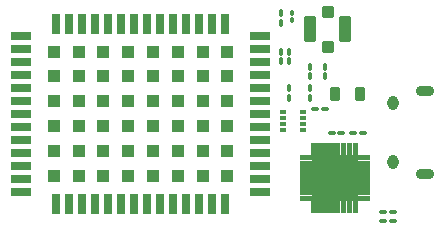
<source format=gbr>
%TF.GenerationSoftware,KiCad,Pcbnew,9.0.1*%
%TF.CreationDate,2025-05-26T16:43:25+02:00*%
%TF.ProjectId,Janus HW,4a616e75-7320-4485-972e-6b696361645f,rev?*%
%TF.SameCoordinates,Original*%
%TF.FileFunction,Soldermask,Top*%
%TF.FilePolarity,Negative*%
%FSLAX46Y46*%
G04 Gerber Fmt 4.6, Leading zero omitted, Abs format (unit mm)*
G04 Created by KiCad (PCBNEW 9.0.1) date 2025-05-26 16:43:25*
%MOMM*%
%LPD*%
G01*
G04 APERTURE LIST*
G04 Aperture macros list*
%AMRoundRect*
0 Rectangle with rounded corners*
0 $1 Rounding radius*
0 $2 $3 $4 $5 $6 $7 $8 $9 X,Y pos of 4 corners*
0 Add a 4 corners polygon primitive as box body*
4,1,4,$2,$3,$4,$5,$6,$7,$8,$9,$2,$3,0*
0 Add four circle primitives for the rounded corners*
1,1,$1+$1,$2,$3*
1,1,$1+$1,$4,$5*
1,1,$1+$1,$6,$7*
1,1,$1+$1,$8,$9*
0 Add four rect primitives between the rounded corners*
20,1,$1+$1,$2,$3,$4,$5,0*
20,1,$1+$1,$4,$5,$6,$7,0*
20,1,$1+$1,$6,$7,$8,$9,0*
20,1,$1+$1,$8,$9,$2,$3,0*%
G04 Aperture macros list end*
%ADD10C,0.010000*%
%ADD11RoundRect,0.100000X0.217500X0.100000X-0.217500X0.100000X-0.217500X-0.100000X0.217500X-0.100000X0*%
%ADD12RoundRect,0.100000X0.100000X-0.217500X0.100000X0.217500X-0.100000X0.217500X-0.100000X-0.217500X0*%
%ADD13RoundRect,0.218750X-0.218750X-0.381250X0.218750X-0.381250X0.218750X0.381250X-0.218750X0.381250X0*%
%ADD14R,0.475000X0.300000*%
%ADD15RoundRect,0.100000X-0.100000X0.217500X-0.100000X-0.217500X0.100000X-0.217500X0.100000X0.217500X0*%
%ADD16R,0.760000X1.790000*%
%ADD17R,0.730000X1.790000*%
%ADD18R,1.790000X0.760000*%
%ADD19R,1.790000X0.780000*%
%ADD20R,1.090000X1.090000*%
%ADD21RoundRect,0.100000X-0.400000X-0.400000X0.400000X-0.400000X0.400000X0.400000X-0.400000X0.400000X0*%
%ADD22RoundRect,0.105000X-0.420000X-0.995000X0.420000X-0.995000X0.420000X0.995000X-0.420000X0.995000X0*%
%ADD23RoundRect,0.100000X0.100000X-0.130000X0.100000X0.130000X-0.100000X0.130000X-0.100000X-0.130000X0*%
%ADD24O,1.550000X0.890000*%
%ADD25O,0.950000X1.250000*%
G04 APERTURE END LIST*
D10*
%TO.C,IC1*%
X192815000Y-69740000D02*
X191905000Y-69740000D01*
X191905000Y-69370000D01*
X192815000Y-69370000D01*
X192815000Y-69740000D01*
G36*
X192815000Y-69740000D02*
G01*
X191905000Y-69740000D01*
X191905000Y-69370000D01*
X192815000Y-69370000D01*
X192815000Y-69740000D01*
G37*
X192815000Y-70240000D02*
X191905000Y-70240000D01*
X191905000Y-69870000D01*
X192815000Y-69870000D01*
X192815000Y-70240000D01*
G36*
X192815000Y-70240000D02*
G01*
X191905000Y-70240000D01*
X191905000Y-69870000D01*
X192815000Y-69870000D01*
X192815000Y-70240000D01*
G37*
X192815000Y-70740000D02*
X191905000Y-70740000D01*
X191905000Y-70370000D01*
X192815000Y-70370000D01*
X192815000Y-70740000D01*
G36*
X192815000Y-70740000D02*
G01*
X191905000Y-70740000D01*
X191905000Y-70370000D01*
X192815000Y-70370000D01*
X192815000Y-70740000D01*
G37*
X192815000Y-71240000D02*
X191905000Y-71240000D01*
X191905000Y-70870000D01*
X192815000Y-70870000D01*
X192815000Y-71240000D01*
G36*
X192815000Y-71240000D02*
G01*
X191905000Y-71240000D01*
X191905000Y-70870000D01*
X192815000Y-70870000D01*
X192815000Y-71240000D01*
G37*
X192815000Y-71740000D02*
X191905000Y-71740000D01*
X191905000Y-71370000D01*
X192815000Y-71370000D01*
X192815000Y-71740000D01*
G36*
X192815000Y-71740000D02*
G01*
X191905000Y-71740000D01*
X191905000Y-71370000D01*
X192815000Y-71370000D01*
X192815000Y-71740000D01*
G37*
X192815000Y-72240000D02*
X191905000Y-72240000D01*
X191905000Y-71870000D01*
X192815000Y-71870000D01*
X192815000Y-72240000D01*
G36*
X192815000Y-72240000D02*
G01*
X191905000Y-72240000D01*
X191905000Y-71870000D01*
X192815000Y-71870000D01*
X192815000Y-72240000D01*
G37*
X192815000Y-72740000D02*
X191905000Y-72740000D01*
X191905000Y-72370000D01*
X192815000Y-72370000D01*
X192815000Y-72740000D01*
G36*
X192815000Y-72740000D02*
G01*
X191905000Y-72740000D01*
X191905000Y-72370000D01*
X192815000Y-72370000D01*
X192815000Y-72740000D01*
G37*
X192815000Y-73240000D02*
X191905000Y-73240000D01*
X191905000Y-72870000D01*
X192815000Y-72870000D01*
X192815000Y-73240000D01*
G36*
X192815000Y-73240000D02*
G01*
X191905000Y-73240000D01*
X191905000Y-72870000D01*
X192815000Y-72870000D01*
X192815000Y-73240000D01*
G37*
X193240000Y-69315000D02*
X192870000Y-69315000D01*
X192870000Y-68405000D01*
X193240000Y-68405000D01*
X193240000Y-69315000D01*
G36*
X193240000Y-69315000D02*
G01*
X192870000Y-69315000D01*
X192870000Y-68405000D01*
X193240000Y-68405000D01*
X193240000Y-69315000D01*
G37*
X193240000Y-74205000D02*
X192870000Y-74205000D01*
X192870000Y-73295000D01*
X193240000Y-73295000D01*
X193240000Y-74205000D01*
G36*
X193240000Y-74205000D02*
G01*
X192870000Y-74205000D01*
X192870000Y-73295000D01*
X193240000Y-73295000D01*
X193240000Y-74205000D01*
G37*
X193740000Y-69315000D02*
X193370000Y-69315000D01*
X193370000Y-68405000D01*
X193740000Y-68405000D01*
X193740000Y-69315000D01*
G36*
X193740000Y-69315000D02*
G01*
X193370000Y-69315000D01*
X193370000Y-68405000D01*
X193740000Y-68405000D01*
X193740000Y-69315000D01*
G37*
X193740000Y-74205000D02*
X193370000Y-74205000D01*
X193370000Y-73295000D01*
X193740000Y-73295000D01*
X193740000Y-74205000D01*
G36*
X193740000Y-74205000D02*
G01*
X193370000Y-74205000D01*
X193370000Y-73295000D01*
X193740000Y-73295000D01*
X193740000Y-74205000D01*
G37*
X194240000Y-69315000D02*
X193870000Y-69315000D01*
X193870000Y-68405000D01*
X194240000Y-68405000D01*
X194240000Y-69315000D01*
G36*
X194240000Y-69315000D02*
G01*
X193870000Y-69315000D01*
X193870000Y-68405000D01*
X194240000Y-68405000D01*
X194240000Y-69315000D01*
G37*
X194240000Y-74205000D02*
X193870000Y-74205000D01*
X193870000Y-73295000D01*
X194240000Y-73295000D01*
X194240000Y-74205000D01*
G36*
X194240000Y-74205000D02*
G01*
X193870000Y-74205000D01*
X193870000Y-73295000D01*
X194240000Y-73295000D01*
X194240000Y-74205000D01*
G37*
X194740000Y-69315000D02*
X194370000Y-69315000D01*
X194370000Y-68405000D01*
X194740000Y-68405000D01*
X194740000Y-69315000D01*
G36*
X194740000Y-69315000D02*
G01*
X194370000Y-69315000D01*
X194370000Y-68405000D01*
X194740000Y-68405000D01*
X194740000Y-69315000D01*
G37*
X194740000Y-74205000D02*
X194370000Y-74205000D01*
X194370000Y-73295000D01*
X194740000Y-73295000D01*
X194740000Y-74205000D01*
G36*
X194740000Y-74205000D02*
G01*
X194370000Y-74205000D01*
X194370000Y-73295000D01*
X194740000Y-73295000D01*
X194740000Y-74205000D01*
G37*
X195240000Y-69315000D02*
X194870000Y-69315000D01*
X194870000Y-68405000D01*
X195240000Y-68405000D01*
X195240000Y-69315000D01*
G36*
X195240000Y-69315000D02*
G01*
X194870000Y-69315000D01*
X194870000Y-68405000D01*
X195240000Y-68405000D01*
X195240000Y-69315000D01*
G37*
X195240000Y-74205000D02*
X194870000Y-74205000D01*
X194870000Y-73295000D01*
X195240000Y-73295000D01*
X195240000Y-74205000D01*
G36*
X195240000Y-74205000D02*
G01*
X194870000Y-74205000D01*
X194870000Y-73295000D01*
X195240000Y-73295000D01*
X195240000Y-74205000D01*
G37*
X195740000Y-69315000D02*
X195370000Y-69315000D01*
X195370000Y-68405000D01*
X195740000Y-68405000D01*
X195740000Y-69315000D01*
G36*
X195740000Y-69315000D02*
G01*
X195370000Y-69315000D01*
X195370000Y-68405000D01*
X195740000Y-68405000D01*
X195740000Y-69315000D01*
G37*
X195740000Y-74205000D02*
X195370000Y-74205000D01*
X195370000Y-73295000D01*
X195740000Y-73295000D01*
X195740000Y-74205000D01*
G36*
X195740000Y-74205000D02*
G01*
X195370000Y-74205000D01*
X195370000Y-73295000D01*
X195740000Y-73295000D01*
X195740000Y-74205000D01*
G37*
X196240000Y-69315000D02*
X195870000Y-69315000D01*
X195870000Y-68405000D01*
X196240000Y-68405000D01*
X196240000Y-69315000D01*
G36*
X196240000Y-69315000D02*
G01*
X195870000Y-69315000D01*
X195870000Y-68405000D01*
X196240000Y-68405000D01*
X196240000Y-69315000D01*
G37*
X196240000Y-74205000D02*
X195870000Y-74205000D01*
X195870000Y-73295000D01*
X196240000Y-73295000D01*
X196240000Y-74205000D01*
G36*
X196240000Y-74205000D02*
G01*
X195870000Y-74205000D01*
X195870000Y-73295000D01*
X196240000Y-73295000D01*
X196240000Y-74205000D01*
G37*
X196705000Y-73205000D02*
X192905000Y-73205000D01*
X192905000Y-69405000D01*
X196705000Y-69405000D01*
X196705000Y-73205000D01*
G36*
X196705000Y-73205000D02*
G01*
X192905000Y-73205000D01*
X192905000Y-69405000D01*
X196705000Y-69405000D01*
X196705000Y-73205000D01*
G37*
X196740000Y-69315000D02*
X196370000Y-69315000D01*
X196370000Y-68405000D01*
X196740000Y-68405000D01*
X196740000Y-69315000D01*
G36*
X196740000Y-69315000D02*
G01*
X196370000Y-69315000D01*
X196370000Y-68405000D01*
X196740000Y-68405000D01*
X196740000Y-69315000D01*
G37*
X196740000Y-74205000D02*
X196370000Y-74205000D01*
X196370000Y-73295000D01*
X196740000Y-73295000D01*
X196740000Y-74205000D01*
G36*
X196740000Y-74205000D02*
G01*
X196370000Y-74205000D01*
X196370000Y-73295000D01*
X196740000Y-73295000D01*
X196740000Y-74205000D01*
G37*
X197705000Y-69740000D02*
X196795000Y-69740000D01*
X196795000Y-69370000D01*
X197705000Y-69370000D01*
X197705000Y-69740000D01*
G36*
X197705000Y-69740000D02*
G01*
X196795000Y-69740000D01*
X196795000Y-69370000D01*
X197705000Y-69370000D01*
X197705000Y-69740000D01*
G37*
X197705000Y-70240000D02*
X196795000Y-70240000D01*
X196795000Y-69870000D01*
X197705000Y-69870000D01*
X197705000Y-70240000D01*
G36*
X197705000Y-70240000D02*
G01*
X196795000Y-70240000D01*
X196795000Y-69870000D01*
X197705000Y-69870000D01*
X197705000Y-70240000D01*
G37*
X197705000Y-70740000D02*
X196795000Y-70740000D01*
X196795000Y-70370000D01*
X197705000Y-70370000D01*
X197705000Y-70740000D01*
G36*
X197705000Y-70740000D02*
G01*
X196795000Y-70740000D01*
X196795000Y-70370000D01*
X197705000Y-70370000D01*
X197705000Y-70740000D01*
G37*
X197705000Y-71240000D02*
X196795000Y-71240000D01*
X196795000Y-70870000D01*
X197705000Y-70870000D01*
X197705000Y-71240000D01*
G36*
X197705000Y-71240000D02*
G01*
X196795000Y-71240000D01*
X196795000Y-70870000D01*
X197705000Y-70870000D01*
X197705000Y-71240000D01*
G37*
X197705000Y-71740000D02*
X196795000Y-71740000D01*
X196795000Y-71370000D01*
X197705000Y-71370000D01*
X197705000Y-71740000D01*
G36*
X197705000Y-71740000D02*
G01*
X196795000Y-71740000D01*
X196795000Y-71370000D01*
X197705000Y-71370000D01*
X197705000Y-71740000D01*
G37*
X197705000Y-72240000D02*
X196795000Y-72240000D01*
X196795000Y-71870000D01*
X197705000Y-71870000D01*
X197705000Y-72240000D01*
G36*
X197705000Y-72240000D02*
G01*
X196795000Y-72240000D01*
X196795000Y-71870000D01*
X197705000Y-71870000D01*
X197705000Y-72240000D01*
G37*
X197705000Y-72740000D02*
X196795000Y-72740000D01*
X196795000Y-72370000D01*
X197705000Y-72370000D01*
X197705000Y-72740000D01*
G36*
X197705000Y-72740000D02*
G01*
X196795000Y-72740000D01*
X196795000Y-72370000D01*
X197705000Y-72370000D01*
X197705000Y-72740000D01*
G37*
X197705000Y-73240000D02*
X196795000Y-73240000D01*
X196795000Y-72870000D01*
X197705000Y-72870000D01*
X197705000Y-73240000D01*
G36*
X197705000Y-73240000D02*
G01*
X196795000Y-73240000D01*
X196795000Y-72870000D01*
X197705000Y-72870000D01*
X197705000Y-73240000D01*
G37*
%TD*%
D11*
%TO.C,C5*%
X198935000Y-75000000D03*
X199750000Y-75000000D03*
%TD*%
%TO.C,C4*%
X198935000Y-74250000D03*
X199750000Y-74250000D03*
%TD*%
D12*
%TO.C,R4*%
X191000000Y-64565000D03*
X191000000Y-63750000D03*
%TD*%
%TO.C,R3*%
X192750000Y-64565000D03*
X192750000Y-63750000D03*
%TD*%
D13*
%TO.C,L2*%
X194875000Y-64250000D03*
X197000000Y-64250000D03*
%TD*%
D14*
%TO.C,IC3*%
X192176000Y-67250000D03*
X192176000Y-66750000D03*
X192176000Y-66250000D03*
X192176000Y-65750000D03*
X190500000Y-65750000D03*
X190500000Y-66250000D03*
X190500000Y-66750000D03*
X190500000Y-67250000D03*
%TD*%
D11*
%TO.C,C8*%
X193975000Y-65500000D03*
X193160000Y-65500000D03*
%TD*%
D15*
%TO.C,C7*%
X192750000Y-61935000D03*
X192750000Y-62750000D03*
%TD*%
%TO.C,C6*%
X194000000Y-61910000D03*
X194000000Y-62725000D03*
%TD*%
D16*
%TO.C,IC2*%
X185545000Y-58295000D03*
X184445000Y-58295000D03*
X183345000Y-58295000D03*
D17*
X182260000Y-58295000D03*
D16*
X181145000Y-58295000D03*
X180045000Y-58295000D03*
X178945000Y-58295000D03*
X177845000Y-58295000D03*
D17*
X176760000Y-58295000D03*
D16*
X175645000Y-58295000D03*
X174545000Y-58295000D03*
X173445000Y-58295000D03*
X172345000Y-58295000D03*
X171245000Y-58295000D03*
D18*
X168290000Y-59300000D03*
X168290000Y-60400000D03*
X168290000Y-61500000D03*
X168290000Y-62600000D03*
X168290000Y-63700000D03*
D19*
X168290000Y-64790000D03*
D18*
X168290000Y-65900000D03*
X168290000Y-67000000D03*
X168290000Y-68100000D03*
X168290000Y-69200000D03*
X168290000Y-70300000D03*
X168290000Y-71400000D03*
X168290000Y-72500000D03*
D16*
X171245000Y-73505000D03*
X172345000Y-73505000D03*
X173445000Y-73505000D03*
X174545000Y-73505000D03*
X175645000Y-73505000D03*
X176745000Y-73505000D03*
X177845000Y-73505000D03*
X178945000Y-73505000D03*
X180045000Y-73505000D03*
X181145000Y-73505000D03*
X182245000Y-73505000D03*
X183345000Y-73505000D03*
X184445000Y-73505000D03*
X185545000Y-73505000D03*
D18*
X188500000Y-72500000D03*
X188500000Y-71400000D03*
X188500000Y-70300000D03*
X188500000Y-69200000D03*
X188500000Y-68100000D03*
X188500000Y-67000000D03*
X188500000Y-65900000D03*
X188500000Y-64800000D03*
X188500000Y-63700000D03*
X188500000Y-62600000D03*
X188500000Y-61500000D03*
X188500000Y-60400000D03*
X188500000Y-59300000D03*
D20*
X185745000Y-60650000D03*
X183645000Y-60650000D03*
X181545000Y-60650000D03*
X179445000Y-60650000D03*
X177345000Y-60650000D03*
X175245000Y-60650000D03*
X173145000Y-60650000D03*
X171045000Y-60650000D03*
X185745000Y-62750000D03*
X183645000Y-62750000D03*
X181545000Y-62750000D03*
X179445000Y-62750000D03*
X177345000Y-62750000D03*
X175245000Y-62750000D03*
X173145000Y-62750000D03*
X171045000Y-62750000D03*
X185745000Y-64850000D03*
X183645000Y-64850000D03*
X181545000Y-64850000D03*
X179445000Y-64850000D03*
X177345000Y-64850000D03*
X175245000Y-64850000D03*
X173145000Y-64850000D03*
X171045000Y-64850000D03*
X185745000Y-66950000D03*
X183645000Y-66950000D03*
X181545000Y-66950000D03*
X179445000Y-66950000D03*
X177345000Y-66950000D03*
X175245000Y-66950000D03*
X173145000Y-66950000D03*
X171045000Y-66950000D03*
X185745000Y-69050000D03*
X183645000Y-69050000D03*
X181545000Y-69050000D03*
X179445000Y-69050000D03*
X177345000Y-69050000D03*
X175245000Y-69050000D03*
X173145000Y-69050000D03*
X171045000Y-69050000D03*
X185745000Y-71150000D03*
X183645000Y-71150000D03*
X181545000Y-71150000D03*
X179445000Y-71150000D03*
X177345000Y-71150000D03*
X175245000Y-71150000D03*
X173145000Y-71150000D03*
X171045000Y-71150000D03*
%TD*%
D21*
%TO.C,AE2*%
X194250000Y-57250000D03*
D22*
X195725000Y-58750000D03*
D21*
X194250000Y-60250000D03*
D22*
X192775000Y-58750000D03*
%TD*%
D15*
%TO.C,C1*%
X190250000Y-57410000D03*
X190250000Y-58225000D03*
%TD*%
D23*
%TO.C,L1*%
X191250000Y-57975000D03*
X191250000Y-57335000D03*
%TD*%
D12*
%TO.C,C2*%
X191000000Y-61475000D03*
X191000000Y-60660000D03*
%TD*%
D11*
%TO.C,R1*%
X195407500Y-67500000D03*
X194592500Y-67500000D03*
%TD*%
%TO.C,R2*%
X197225000Y-67500000D03*
X196410000Y-67500000D03*
%TD*%
D12*
%TO.C,C3*%
X190250000Y-61475000D03*
X190250000Y-60660000D03*
%TD*%
D24*
%TO.C,J1*%
X202500000Y-64000000D03*
D25*
X199800000Y-65000000D03*
X199800000Y-70000000D03*
D24*
X202500000Y-71000000D03*
%TD*%
M02*

</source>
